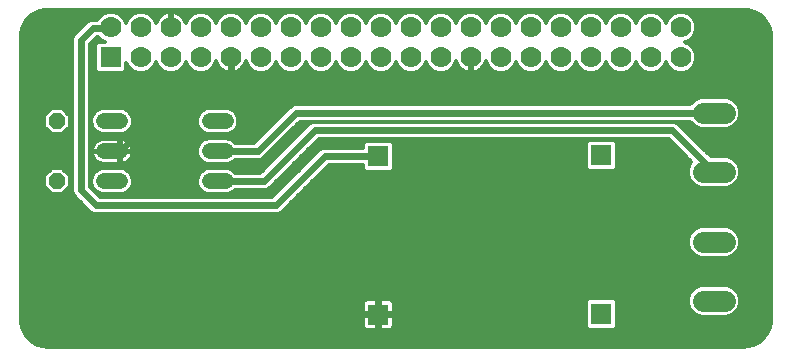
<source format=gtl>
G75*
%MOIN*%
%OFA0B0*%
%FSLAX24Y24*%
%IPPOS*%
%LPD*%
%AMOC8*
5,1,8,0,0,1.08239X$1,22.5*
%
%ADD10R,0.0700X0.0700*%
%ADD11C,0.0700*%
%ADD12C,0.0520*%
%ADD13OC8,0.0520*%
%ADD14C,0.0705*%
%ADD15R,0.0709X0.0709*%
%ADD16C,0.0240*%
%ADD17C,0.0120*%
D10*
X003795Y010433D03*
D11*
X004795Y010433D03*
X005795Y010433D03*
X006795Y010433D03*
X007795Y010433D03*
X008795Y010433D03*
X009795Y010433D03*
X010795Y010433D03*
X011795Y010433D03*
X012795Y010433D03*
X013795Y010433D03*
X014795Y010433D03*
X015795Y010433D03*
X016795Y010433D03*
X017795Y010433D03*
X018795Y010433D03*
X019795Y010433D03*
X020795Y010433D03*
X021795Y010433D03*
X022795Y010433D03*
X022795Y011433D03*
X021795Y011433D03*
X020795Y011433D03*
X019795Y011433D03*
X018795Y011433D03*
X017795Y011433D03*
X016795Y011433D03*
X015795Y011433D03*
X014795Y011433D03*
X013795Y011433D03*
X012795Y011433D03*
X011795Y011433D03*
X010795Y011433D03*
X009795Y011433D03*
X008795Y011433D03*
X007795Y011433D03*
X006795Y011433D03*
X005795Y011433D03*
X004795Y011433D03*
X003795Y011433D03*
D12*
X003580Y008300D02*
X004100Y008300D01*
X004100Y007300D02*
X003580Y007300D01*
X003580Y006300D02*
X004100Y006300D01*
X007100Y006300D02*
X007620Y006300D01*
X007620Y007300D02*
X007100Y007300D01*
X007100Y008300D02*
X007620Y008300D01*
D13*
X002000Y008300D03*
X002000Y006300D03*
D14*
X023548Y006616D02*
X024253Y006616D01*
X024253Y008584D02*
X023548Y008584D01*
X023548Y004284D02*
X024253Y004284D01*
X024253Y002316D02*
X023548Y002316D01*
D15*
X020151Y001875D03*
X012710Y001859D03*
X012718Y007135D03*
X020143Y007166D03*
D16*
X022516Y008000D02*
X023900Y006616D01*
X022516Y008000D02*
X010600Y008000D01*
X008900Y006300D01*
X007100Y006300D01*
X007100Y007300D02*
X008700Y007300D01*
X009984Y008584D01*
X023900Y008584D01*
X012718Y007135D02*
X010935Y007135D01*
X009300Y005500D01*
X003300Y005500D01*
X002800Y006000D01*
X002800Y011000D01*
X003200Y011400D01*
X003762Y011400D01*
X003795Y011433D01*
X007795Y010433D02*
X007795Y009495D01*
X007500Y009200D01*
X005300Y009200D01*
X004800Y008700D01*
X004800Y008000D01*
X004100Y007300D01*
D17*
X001139Y000974D02*
X001340Y000858D01*
X001565Y000798D01*
X001681Y000790D01*
X024909Y000790D01*
X025026Y000798D01*
X025250Y000858D01*
X025452Y000974D01*
X025616Y001139D01*
X025733Y001340D01*
X025793Y001565D01*
X025801Y001681D01*
X025801Y011130D01*
X025793Y011246D01*
X025733Y011471D01*
X025616Y011672D01*
X025452Y011837D01*
X025250Y011953D01*
X025026Y012013D01*
X024909Y012021D01*
X001681Y012021D01*
X001565Y012013D01*
X001340Y011953D01*
X001139Y011837D01*
X000974Y011672D01*
X000858Y011471D01*
X000798Y011246D01*
X000798Y011246D01*
X000790Y011130D01*
X000790Y001681D01*
X000798Y001565D01*
X000858Y001340D01*
X000974Y001139D01*
X001139Y000974D01*
X025452Y000974D01*
X025570Y001093D02*
X001020Y001093D01*
X000932Y001211D02*
X025658Y001211D01*
X025727Y001330D02*
X000864Y001330D01*
X000829Y001448D02*
X012205Y001448D01*
X012207Y001443D02*
X012228Y001406D01*
X012258Y001377D01*
X012294Y001356D01*
X012335Y001345D01*
X012652Y001345D01*
X012652Y001801D01*
X012196Y001801D01*
X012196Y001484D01*
X012207Y001443D01*
X012196Y001567D02*
X000798Y001567D01*
X000790Y001685D02*
X012196Y001685D01*
X012196Y001917D02*
X012652Y001917D01*
X012652Y001801D01*
X012768Y001801D01*
X012768Y001345D01*
X013086Y001345D01*
X013126Y001356D01*
X013163Y001377D01*
X013193Y001406D01*
X013214Y001443D01*
X013225Y001484D01*
X013225Y001801D01*
X012768Y001801D01*
X012768Y001917D01*
X012652Y001917D01*
X012652Y002373D01*
X012335Y002373D01*
X012294Y002362D01*
X012258Y002341D01*
X012228Y002312D01*
X012207Y002275D01*
X012196Y002234D01*
X012196Y001917D01*
X012196Y001922D02*
X000790Y001922D01*
X000790Y001804D02*
X012652Y001804D01*
X012768Y001804D02*
X019627Y001804D01*
X019627Y001922D02*
X013225Y001922D01*
X013225Y001917D02*
X013225Y002234D01*
X013214Y002275D01*
X013193Y002312D01*
X013163Y002341D01*
X013126Y002362D01*
X013086Y002373D01*
X012768Y002373D01*
X012768Y001917D01*
X013225Y001917D01*
X013225Y002041D02*
X019627Y002041D01*
X019627Y002159D02*
X013225Y002159D01*
X013212Y002278D02*
X019627Y002278D01*
X019627Y002300D02*
X019627Y001450D01*
X019726Y001350D01*
X020576Y001350D01*
X020676Y001450D01*
X020676Y002300D01*
X020576Y002399D01*
X019726Y002399D01*
X019627Y002300D01*
X019723Y002396D02*
X000790Y002396D01*
X000790Y002278D02*
X012208Y002278D01*
X012196Y002159D02*
X000790Y002159D01*
X000790Y002041D02*
X012196Y002041D01*
X012652Y002041D02*
X012768Y002041D01*
X012768Y002159D02*
X012652Y002159D01*
X012652Y002278D02*
X012768Y002278D01*
X012768Y001922D02*
X012652Y001922D01*
X012652Y001685D02*
X012768Y001685D01*
X012768Y001567D02*
X012652Y001567D01*
X012652Y001448D02*
X012768Y001448D01*
X013215Y001448D02*
X019629Y001448D01*
X019627Y001567D02*
X013225Y001567D01*
X013225Y001685D02*
X019627Y001685D01*
X020676Y001685D02*
X025801Y001685D01*
X025801Y001804D02*
X024381Y001804D01*
X024356Y001793D02*
X024548Y001873D01*
X024695Y002020D01*
X024775Y002212D01*
X024775Y002420D01*
X024695Y002612D01*
X024548Y002759D01*
X024356Y002838D01*
X023444Y002838D01*
X023252Y002759D01*
X023105Y002612D01*
X023025Y002420D01*
X023025Y002212D01*
X023105Y002020D01*
X023252Y001873D01*
X023444Y001793D01*
X024356Y001793D01*
X024598Y001922D02*
X025801Y001922D01*
X025801Y002041D02*
X024704Y002041D01*
X024753Y002159D02*
X025801Y002159D01*
X025801Y002278D02*
X024775Y002278D01*
X024775Y002396D02*
X025801Y002396D01*
X025801Y002515D02*
X024736Y002515D01*
X024674Y002633D02*
X025801Y002633D01*
X025801Y002752D02*
X024556Y002752D01*
X025801Y002870D02*
X000790Y002870D01*
X000790Y002752D02*
X023244Y002752D01*
X023126Y002633D02*
X000790Y002633D01*
X000790Y002515D02*
X023064Y002515D01*
X023025Y002396D02*
X020579Y002396D01*
X020676Y002278D02*
X023025Y002278D01*
X023047Y002159D02*
X020676Y002159D01*
X020676Y002041D02*
X023096Y002041D01*
X023202Y001922D02*
X020676Y001922D01*
X020676Y001804D02*
X023419Y001804D01*
X025242Y000856D02*
X001349Y000856D01*
X000790Y002989D02*
X025801Y002989D01*
X025801Y003107D02*
X000790Y003107D01*
X000790Y003226D02*
X025801Y003226D01*
X025801Y003344D02*
X000790Y003344D01*
X000790Y003463D02*
X025801Y003463D01*
X025801Y003581D02*
X000790Y003581D01*
X000790Y003700D02*
X025801Y003700D01*
X025801Y003818D02*
X024492Y003818D01*
X024548Y003841D02*
X024695Y003988D01*
X024775Y004180D01*
X024775Y004388D01*
X024695Y004580D01*
X024548Y004727D01*
X024356Y004807D01*
X023444Y004807D01*
X023252Y004727D01*
X023105Y004580D01*
X023025Y004388D01*
X023025Y004180D01*
X023105Y003988D01*
X023252Y003841D01*
X023444Y003762D01*
X024356Y003762D01*
X024548Y003841D01*
X024644Y003937D02*
X025801Y003937D01*
X025801Y004055D02*
X024723Y004055D01*
X024772Y004174D02*
X025801Y004174D01*
X025801Y004292D02*
X024775Y004292D01*
X024766Y004411D02*
X025801Y004411D01*
X025801Y004529D02*
X024717Y004529D01*
X024628Y004648D02*
X025801Y004648D01*
X025801Y004766D02*
X024455Y004766D01*
X023345Y004766D02*
X000790Y004766D01*
X000790Y004648D02*
X023172Y004648D01*
X023083Y004529D02*
X000790Y004529D01*
X000790Y004411D02*
X023034Y004411D01*
X023025Y004292D02*
X000790Y004292D01*
X000790Y004174D02*
X023028Y004174D01*
X023077Y004055D02*
X000790Y004055D01*
X000790Y003937D02*
X023156Y003937D01*
X023308Y003818D02*
X000790Y003818D01*
X000790Y004885D02*
X025801Y004885D01*
X025801Y005003D02*
X000790Y005003D01*
X000790Y005122D02*
X025801Y005122D01*
X025801Y005240D02*
X009430Y005240D01*
X009464Y005254D02*
X009358Y005210D01*
X003242Y005210D01*
X003136Y005254D01*
X002636Y005754D01*
X002554Y005836D01*
X002510Y005942D01*
X002510Y011058D01*
X002554Y011164D01*
X002954Y011564D01*
X003036Y011646D01*
X003142Y011690D01*
X003339Y011690D01*
X003354Y011728D01*
X003501Y011874D01*
X003692Y011953D01*
X003899Y011953D01*
X004090Y011874D01*
X004236Y011728D01*
X004295Y011585D01*
X004354Y011728D01*
X004501Y011874D01*
X004692Y011953D01*
X004899Y011953D01*
X005090Y011874D01*
X005236Y011728D01*
X005303Y011567D01*
X005323Y011629D01*
X005359Y011700D01*
X005406Y011765D01*
X005463Y011822D01*
X005528Y011869D01*
X005600Y011906D01*
X005676Y011931D01*
X005755Y011943D01*
X005757Y011943D01*
X005757Y011472D01*
X005834Y011472D01*
X005834Y011943D01*
X005835Y011943D01*
X005915Y011931D01*
X005991Y011906D01*
X006063Y011869D01*
X006128Y011822D01*
X006184Y011765D01*
X006231Y011700D01*
X006268Y011629D01*
X006288Y011567D01*
X006354Y011728D01*
X006501Y011874D01*
X006692Y011953D01*
X006899Y011953D01*
X007090Y011874D01*
X007236Y011728D01*
X007295Y011585D01*
X007354Y011728D01*
X007501Y011874D01*
X007692Y011953D01*
X007899Y011953D01*
X008090Y011874D01*
X008236Y011728D01*
X008295Y011585D01*
X008354Y011728D01*
X008501Y011874D01*
X008692Y011953D01*
X008899Y011953D01*
X009090Y011874D01*
X009236Y011728D01*
X009295Y011585D01*
X009354Y011728D01*
X009501Y011874D01*
X009692Y011953D01*
X009899Y011953D01*
X010090Y011874D01*
X010236Y011728D01*
X010295Y011585D01*
X010354Y011728D01*
X010501Y011874D01*
X010692Y011953D01*
X010899Y011953D01*
X011090Y011874D01*
X011236Y011728D01*
X011295Y011585D01*
X011354Y011728D01*
X011501Y011874D01*
X011692Y011953D01*
X011899Y011953D01*
X012090Y011874D01*
X012236Y011728D01*
X012295Y011585D01*
X012354Y011728D01*
X012501Y011874D01*
X012692Y011953D01*
X012899Y011953D01*
X013090Y011874D01*
X013236Y011728D01*
X013295Y011585D01*
X013354Y011728D01*
X013501Y011874D01*
X013692Y011953D01*
X013899Y011953D01*
X014090Y011874D01*
X014236Y011728D01*
X014295Y011585D01*
X014354Y011728D01*
X014501Y011874D01*
X014692Y011953D01*
X014899Y011953D01*
X015090Y011874D01*
X015236Y011728D01*
X015295Y011585D01*
X015354Y011728D01*
X015501Y011874D01*
X015692Y011953D01*
X015899Y011953D01*
X016090Y011874D01*
X016236Y011728D01*
X016295Y011585D01*
X016354Y011728D01*
X016501Y011874D01*
X016692Y011953D01*
X016899Y011953D01*
X017090Y011874D01*
X017236Y011728D01*
X017295Y011585D01*
X017354Y011728D01*
X017501Y011874D01*
X017692Y011953D01*
X017899Y011953D01*
X018090Y011874D01*
X018236Y011728D01*
X018295Y011585D01*
X018354Y011728D01*
X018501Y011874D01*
X018692Y011953D01*
X018899Y011953D01*
X019090Y011874D01*
X019236Y011728D01*
X019295Y011585D01*
X019354Y011728D01*
X019501Y011874D01*
X019692Y011953D01*
X019899Y011953D01*
X020090Y011874D01*
X020236Y011728D01*
X020295Y011585D01*
X020354Y011728D01*
X020501Y011874D01*
X020692Y011953D01*
X020899Y011953D01*
X021090Y011874D01*
X021236Y011728D01*
X021295Y011585D01*
X021354Y011728D01*
X021501Y011874D01*
X021692Y011953D01*
X021899Y011953D01*
X022090Y011874D01*
X022236Y011728D01*
X022295Y011585D01*
X022354Y011728D01*
X022501Y011874D01*
X022692Y011953D01*
X022899Y011953D01*
X023090Y011874D01*
X023236Y011728D01*
X023315Y011537D01*
X023315Y011330D01*
X023236Y011139D01*
X023090Y010992D01*
X022947Y010933D01*
X023090Y010874D01*
X023236Y010728D01*
X023315Y010537D01*
X023315Y010330D01*
X023236Y010139D01*
X023090Y009992D01*
X022899Y009913D01*
X022692Y009913D01*
X022501Y009992D01*
X022354Y010139D01*
X022295Y010281D01*
X022236Y010139D01*
X022090Y009992D01*
X021899Y009913D01*
X021692Y009913D01*
X021501Y009992D01*
X021354Y010139D01*
X021295Y010281D01*
X021236Y010139D01*
X021090Y009992D01*
X020899Y009913D01*
X020692Y009913D01*
X020501Y009992D01*
X020354Y010139D01*
X020295Y010281D01*
X020236Y010139D01*
X020090Y009992D01*
X019899Y009913D01*
X019692Y009913D01*
X019501Y009992D01*
X019354Y010139D01*
X019295Y010281D01*
X019236Y010139D01*
X019090Y009992D01*
X018899Y009913D01*
X018692Y009913D01*
X018501Y009992D01*
X018354Y010139D01*
X018295Y010281D01*
X018236Y010139D01*
X018090Y009992D01*
X017899Y009913D01*
X017692Y009913D01*
X017501Y009992D01*
X017354Y010139D01*
X017295Y010281D01*
X017236Y010139D01*
X017090Y009992D01*
X016899Y009913D01*
X016692Y009913D01*
X016501Y009992D01*
X016354Y010139D01*
X016288Y010299D01*
X016268Y010237D01*
X016231Y010166D01*
X016184Y010101D01*
X016128Y010044D01*
X016063Y009997D01*
X015991Y009960D01*
X015915Y009936D01*
X015835Y009923D01*
X015834Y009923D01*
X015834Y010395D01*
X015757Y010395D01*
X015757Y009923D01*
X015755Y009923D01*
X015676Y009936D01*
X015600Y009960D01*
X015528Y009997D01*
X015463Y010044D01*
X015406Y010101D01*
X015359Y010166D01*
X015323Y010237D01*
X015303Y010299D01*
X015236Y010139D01*
X015090Y009992D01*
X014899Y009913D01*
X014692Y009913D01*
X014501Y009992D01*
X014354Y010139D01*
X014295Y010281D01*
X014236Y010139D01*
X014090Y009992D01*
X013899Y009913D01*
X013692Y009913D01*
X013501Y009992D01*
X013354Y010139D01*
X013295Y010281D01*
X013236Y010139D01*
X013090Y009992D01*
X012899Y009913D01*
X012692Y009913D01*
X012501Y009992D01*
X012354Y010139D01*
X012295Y010281D01*
X012236Y010139D01*
X012090Y009992D01*
X011899Y009913D01*
X011692Y009913D01*
X011501Y009992D01*
X011354Y010139D01*
X011295Y010281D01*
X011236Y010139D01*
X011090Y009992D01*
X010899Y009913D01*
X010692Y009913D01*
X010501Y009992D01*
X010354Y010139D01*
X010295Y010281D01*
X010236Y010139D01*
X010090Y009992D01*
X009899Y009913D01*
X009692Y009913D01*
X009501Y009992D01*
X009354Y010139D01*
X009295Y010281D01*
X009236Y010139D01*
X009090Y009992D01*
X008899Y009913D01*
X008692Y009913D01*
X008501Y009992D01*
X008354Y010139D01*
X008288Y010299D01*
X008268Y010237D01*
X008231Y010166D01*
X008184Y010101D01*
X008128Y010044D01*
X008063Y009997D01*
X007991Y009960D01*
X007915Y009936D01*
X007835Y009923D01*
X007834Y009923D01*
X007834Y010395D01*
X007757Y010395D01*
X007757Y009923D01*
X007755Y009923D01*
X007676Y009936D01*
X007600Y009960D01*
X007528Y009997D01*
X007463Y010044D01*
X007406Y010101D01*
X007359Y010166D01*
X007323Y010237D01*
X007303Y010299D01*
X007236Y010139D01*
X007090Y009992D01*
X006899Y009913D01*
X006692Y009913D01*
X006501Y009992D01*
X006354Y010139D01*
X006295Y010281D01*
X006236Y010139D01*
X006090Y009992D01*
X005899Y009913D01*
X005692Y009913D01*
X005501Y009992D01*
X005354Y010139D01*
X005295Y010281D01*
X005236Y010139D01*
X005090Y009992D01*
X004899Y009913D01*
X004692Y009913D01*
X004501Y009992D01*
X004354Y010139D01*
X004315Y010233D01*
X004315Y010013D01*
X004216Y009913D01*
X003375Y009913D01*
X003275Y010013D01*
X003275Y010853D01*
X003375Y010953D01*
X003595Y010953D01*
X003501Y010992D01*
X003383Y011110D01*
X003320Y011110D01*
X003090Y010880D01*
X003090Y006120D01*
X003420Y005790D01*
X009180Y005790D01*
X010770Y007380D01*
X010877Y007425D01*
X012194Y007425D01*
X012194Y007559D01*
X012293Y007659D01*
X013143Y007659D01*
X013242Y007559D01*
X013242Y006710D01*
X013143Y006610D01*
X012293Y006610D01*
X012194Y006710D01*
X012194Y006845D01*
X011055Y006845D01*
X009464Y005254D01*
X009569Y005359D02*
X025801Y005359D01*
X025801Y005477D02*
X009687Y005477D01*
X009806Y005596D02*
X025801Y005596D01*
X025801Y005714D02*
X009924Y005714D01*
X010043Y005833D02*
X025801Y005833D01*
X025801Y005951D02*
X010161Y005951D01*
X010280Y006070D02*
X025801Y006070D01*
X025801Y006188D02*
X024564Y006188D01*
X024548Y006173D02*
X024695Y006320D01*
X024775Y006512D01*
X024775Y006720D01*
X024695Y006912D01*
X024548Y007059D01*
X024356Y007138D01*
X023788Y007138D01*
X022680Y008246D01*
X022573Y008290D01*
X010542Y008290D01*
X010436Y008246D01*
X010354Y008164D01*
X008780Y006590D01*
X007938Y006590D01*
X007864Y006665D01*
X007706Y006730D01*
X007014Y006730D01*
X006856Y006665D01*
X006735Y006544D01*
X006670Y006386D01*
X006670Y006214D01*
X006735Y006056D01*
X006856Y005935D01*
X007014Y005870D01*
X007706Y005870D01*
X007864Y005935D01*
X007938Y006010D01*
X008958Y006010D01*
X009064Y006054D01*
X010720Y007710D01*
X022396Y007710D01*
X023149Y006956D01*
X023105Y006912D01*
X023025Y006720D01*
X023025Y006512D01*
X023105Y006320D01*
X023252Y006173D01*
X023444Y006093D01*
X024356Y006093D01*
X024548Y006173D01*
X024682Y006307D02*
X025801Y006307D01*
X025801Y006425D02*
X024739Y006425D01*
X024775Y006544D02*
X025801Y006544D01*
X025801Y006662D02*
X024775Y006662D01*
X024750Y006781D02*
X025801Y006781D01*
X025801Y006899D02*
X024701Y006899D01*
X024590Y007018D02*
X025801Y007018D01*
X025801Y007136D02*
X024362Y007136D01*
X023671Y007255D02*
X025801Y007255D01*
X025801Y007373D02*
X023553Y007373D01*
X023434Y007492D02*
X025801Y007492D01*
X025801Y007610D02*
X023316Y007610D01*
X023197Y007729D02*
X025801Y007729D01*
X025801Y007847D02*
X023079Y007847D01*
X022960Y007966D02*
X025801Y007966D01*
X025801Y008084D02*
X024410Y008084D01*
X024356Y008062D02*
X024548Y008141D01*
X024695Y008288D01*
X024775Y008480D01*
X024775Y008688D01*
X024695Y008880D01*
X024548Y009027D01*
X024356Y009107D01*
X023444Y009107D01*
X023252Y009027D01*
X023105Y008880D01*
X023102Y008874D01*
X009927Y008874D01*
X009820Y008830D01*
X008580Y007590D01*
X007938Y007590D01*
X007864Y007665D01*
X007706Y007730D01*
X007014Y007730D01*
X006856Y007665D01*
X006735Y007544D01*
X006670Y007386D01*
X006670Y007214D01*
X006735Y007056D01*
X006856Y006935D01*
X007014Y006870D01*
X007706Y006870D01*
X007864Y006935D01*
X007938Y007010D01*
X008758Y007010D01*
X008864Y007054D01*
X008946Y007136D01*
X009326Y007136D01*
X009444Y007255D02*
X009065Y007255D01*
X009183Y007373D02*
X009563Y007373D01*
X009681Y007492D02*
X009302Y007492D01*
X009420Y007610D02*
X009800Y007610D01*
X009918Y007729D02*
X009539Y007729D01*
X009657Y007847D02*
X010037Y007847D01*
X010155Y007966D02*
X009776Y007966D01*
X009894Y008084D02*
X010274Y008084D01*
X010392Y008203D02*
X010013Y008203D01*
X010104Y008294D02*
X023102Y008294D01*
X023105Y008288D01*
X023252Y008141D01*
X023444Y008062D01*
X024356Y008062D01*
X024610Y008203D02*
X025801Y008203D01*
X025801Y008321D02*
X024709Y008321D01*
X024758Y008440D02*
X025801Y008440D01*
X025801Y008558D02*
X024775Y008558D01*
X024775Y008677D02*
X025801Y008677D01*
X025801Y008795D02*
X024731Y008795D01*
X024662Y008914D02*
X025801Y008914D01*
X025801Y009032D02*
X024537Y009032D01*
X025801Y009151D02*
X003090Y009151D01*
X003090Y009269D02*
X025801Y009269D01*
X025801Y009388D02*
X003090Y009388D01*
X003090Y009506D02*
X025801Y009506D01*
X025801Y009625D02*
X003090Y009625D01*
X003090Y009743D02*
X025801Y009743D01*
X025801Y009862D02*
X003090Y009862D01*
X003090Y009980D02*
X003308Y009980D01*
X003275Y010099D02*
X003090Y010099D01*
X003090Y010217D02*
X003275Y010217D01*
X003275Y010336D02*
X003090Y010336D01*
X003090Y010454D02*
X003275Y010454D01*
X003275Y010573D02*
X003090Y010573D01*
X003090Y010691D02*
X003275Y010691D01*
X003275Y010810D02*
X003090Y010810D01*
X003138Y010928D02*
X003350Y010928D01*
X003257Y011047D02*
X003446Y011047D01*
X002792Y011402D02*
X000839Y011402D01*
X000808Y011284D02*
X002673Y011284D01*
X002555Y011165D02*
X000792Y011165D01*
X000790Y011047D02*
X002510Y011047D01*
X002510Y010928D02*
X000790Y010928D01*
X000790Y010810D02*
X002510Y010810D01*
X002510Y010691D02*
X000790Y010691D01*
X000790Y010573D02*
X002510Y010573D01*
X002510Y010454D02*
X000790Y010454D01*
X000790Y010336D02*
X002510Y010336D01*
X002510Y010217D02*
X000790Y010217D01*
X000790Y010099D02*
X002510Y010099D01*
X002510Y009980D02*
X000790Y009980D01*
X000790Y009862D02*
X002510Y009862D01*
X002510Y009743D02*
X000790Y009743D01*
X000790Y009625D02*
X002510Y009625D01*
X002510Y009506D02*
X000790Y009506D01*
X000790Y009388D02*
X002510Y009388D01*
X002510Y009269D02*
X000790Y009269D01*
X000790Y009151D02*
X002510Y009151D01*
X002510Y009032D02*
X000790Y009032D01*
X000790Y008914D02*
X002510Y008914D01*
X002510Y008795D02*
X000790Y008795D01*
X000790Y008677D02*
X001768Y008677D01*
X001822Y008730D02*
X001570Y008478D01*
X001570Y008122D01*
X001822Y007870D01*
X002178Y007870D01*
X002430Y008122D01*
X002430Y008478D01*
X002178Y008730D01*
X001822Y008730D01*
X001650Y008558D02*
X000790Y008558D01*
X000790Y008440D02*
X001570Y008440D01*
X001570Y008321D02*
X000790Y008321D01*
X000790Y008203D02*
X001570Y008203D01*
X001608Y008084D02*
X000790Y008084D01*
X000790Y007966D02*
X001726Y007966D01*
X002274Y007966D02*
X002510Y007966D01*
X002510Y008084D02*
X002392Y008084D01*
X002430Y008203D02*
X002510Y008203D01*
X002510Y008321D02*
X002430Y008321D01*
X002430Y008440D02*
X002510Y008440D01*
X002510Y008558D02*
X002350Y008558D01*
X002232Y008677D02*
X002510Y008677D01*
X003090Y008677D02*
X003365Y008677D01*
X003336Y008665D02*
X003215Y008544D01*
X003150Y008386D01*
X003150Y008214D01*
X003215Y008056D01*
X003336Y007935D01*
X003494Y007870D01*
X004186Y007870D01*
X004344Y007935D01*
X004465Y008056D01*
X004530Y008214D01*
X004530Y008386D01*
X004465Y008544D01*
X004344Y008665D01*
X004186Y008730D01*
X003494Y008730D01*
X003336Y008665D01*
X003230Y008558D02*
X003090Y008558D01*
X003090Y008440D02*
X003172Y008440D01*
X003150Y008321D02*
X003090Y008321D01*
X003090Y008203D02*
X003155Y008203D01*
X003204Y008084D02*
X003090Y008084D01*
X003090Y007966D02*
X003306Y007966D01*
X003090Y007847D02*
X008837Y007847D01*
X008955Y007966D02*
X007894Y007966D01*
X007864Y007935D02*
X007985Y008056D01*
X008050Y008214D01*
X008050Y008386D01*
X007985Y008544D01*
X007864Y008665D01*
X007706Y008730D01*
X007014Y008730D01*
X006856Y008665D01*
X006735Y008544D01*
X006670Y008386D01*
X006670Y008214D01*
X006735Y008056D01*
X006856Y007935D01*
X007014Y007870D01*
X007706Y007870D01*
X007864Y007935D01*
X007996Y008084D02*
X009074Y008084D01*
X009192Y008203D02*
X008045Y008203D01*
X008050Y008321D02*
X009311Y008321D01*
X009429Y008440D02*
X008028Y008440D01*
X007970Y008558D02*
X009548Y008558D01*
X009666Y008677D02*
X007835Y008677D01*
X006885Y008677D02*
X004315Y008677D01*
X004450Y008558D02*
X006750Y008558D01*
X006692Y008440D02*
X004508Y008440D01*
X004530Y008321D02*
X006670Y008321D01*
X006675Y008203D02*
X004525Y008203D01*
X004476Y008084D02*
X006724Y008084D01*
X006826Y007966D02*
X004374Y007966D01*
X004261Y007689D02*
X004198Y007710D01*
X004133Y007720D01*
X004120Y007720D01*
X004120Y007320D01*
X004080Y007320D01*
X004080Y007720D01*
X003547Y007720D01*
X003482Y007710D01*
X003419Y007689D01*
X003360Y007659D01*
X003306Y007620D01*
X003260Y007574D01*
X003221Y007520D01*
X003191Y007461D01*
X003170Y007398D01*
X003160Y007333D01*
X003160Y007320D01*
X004080Y007320D01*
X004080Y007280D01*
X004120Y007280D01*
X004120Y007320D01*
X004520Y007320D01*
X004520Y007333D01*
X004510Y007398D01*
X004489Y007461D01*
X004459Y007520D01*
X004420Y007574D01*
X004374Y007620D01*
X004320Y007659D01*
X004261Y007689D01*
X004384Y007610D02*
X006802Y007610D01*
X006714Y007492D02*
X004474Y007492D01*
X004514Y007373D02*
X006670Y007373D01*
X006670Y007255D02*
X004518Y007255D01*
X004520Y007267D02*
X004520Y007280D01*
X004120Y007280D01*
X004120Y006880D01*
X004133Y006880D01*
X004198Y006890D01*
X004261Y006911D01*
X004320Y006941D01*
X004374Y006980D01*
X004420Y007026D01*
X004459Y007080D01*
X004489Y007139D01*
X004510Y007202D01*
X004520Y007267D01*
X004488Y007136D02*
X006702Y007136D01*
X006774Y007018D02*
X004411Y007018D01*
X004225Y006899D02*
X006944Y006899D01*
X006854Y006662D02*
X004346Y006662D01*
X004344Y006665D02*
X004186Y006730D01*
X003494Y006730D01*
X003336Y006665D01*
X003215Y006544D01*
X003150Y006386D01*
X003150Y006214D01*
X003215Y006056D01*
X003336Y005935D01*
X003494Y005870D01*
X004186Y005870D01*
X004344Y005935D01*
X004465Y006056D01*
X004530Y006214D01*
X004530Y006386D01*
X004465Y006544D01*
X004344Y006665D01*
X004465Y006544D02*
X006735Y006544D01*
X006686Y006425D02*
X004514Y006425D01*
X004530Y006307D02*
X006670Y006307D01*
X006681Y006188D02*
X004519Y006188D01*
X004470Y006070D02*
X006730Y006070D01*
X006841Y005951D02*
X004359Y005951D01*
X003378Y005833D02*
X009222Y005833D01*
X009341Y005951D02*
X007879Y005951D01*
X009080Y006070D02*
X009459Y006070D01*
X009578Y006188D02*
X009198Y006188D01*
X009317Y006307D02*
X009696Y006307D01*
X009815Y006425D02*
X009435Y006425D01*
X009554Y006544D02*
X009933Y006544D01*
X010052Y006662D02*
X009672Y006662D01*
X009791Y006781D02*
X010170Y006781D01*
X010289Y006899D02*
X009909Y006899D01*
X010028Y007018D02*
X010407Y007018D01*
X010526Y007136D02*
X010146Y007136D01*
X010265Y007255D02*
X010644Y007255D01*
X010763Y007373D02*
X010383Y007373D01*
X010502Y007492D02*
X012194Y007492D01*
X012244Y007610D02*
X010620Y007610D01*
X010104Y008294D02*
X008946Y007136D01*
X008776Y007018D02*
X009207Y007018D01*
X009089Y006899D02*
X007776Y006899D01*
X007866Y006662D02*
X008852Y006662D01*
X008970Y006781D02*
X003090Y006781D01*
X003090Y006899D02*
X003455Y006899D01*
X003482Y006890D02*
X003547Y006880D01*
X004080Y006880D01*
X004080Y007280D01*
X003160Y007280D01*
X003160Y007267D01*
X003170Y007202D01*
X003191Y007139D01*
X003221Y007080D01*
X003260Y007026D01*
X003306Y006980D01*
X003360Y006941D01*
X003419Y006911D01*
X003482Y006890D01*
X003269Y007018D02*
X003090Y007018D01*
X003090Y007136D02*
X003192Y007136D01*
X003162Y007255D02*
X003090Y007255D01*
X003090Y007373D02*
X003166Y007373D01*
X003206Y007492D02*
X003090Y007492D01*
X003090Y007610D02*
X003296Y007610D01*
X003090Y007729D02*
X007011Y007729D01*
X007709Y007729D02*
X008718Y007729D01*
X008600Y007610D02*
X007918Y007610D01*
X009785Y008795D02*
X003090Y008795D01*
X003090Y008914D02*
X023138Y008914D01*
X023263Y009032D02*
X003090Y009032D01*
X004283Y009980D02*
X004530Y009980D01*
X004394Y010099D02*
X004315Y010099D01*
X004315Y010217D02*
X004322Y010217D01*
X005060Y009980D02*
X005530Y009980D01*
X005394Y010099D02*
X005196Y010099D01*
X005269Y010217D02*
X005322Y010217D01*
X006060Y009980D02*
X006530Y009980D01*
X006394Y010099D02*
X006196Y010099D01*
X006269Y010217D02*
X006322Y010217D01*
X007060Y009980D02*
X007561Y009980D01*
X007409Y010099D02*
X007196Y010099D01*
X007269Y010217D02*
X007333Y010217D01*
X007757Y010217D02*
X007834Y010217D01*
X007834Y010099D02*
X007757Y010099D01*
X007757Y009980D02*
X007834Y009980D01*
X008029Y009980D02*
X008530Y009980D01*
X008394Y010099D02*
X008182Y010099D01*
X008258Y010217D02*
X008322Y010217D01*
X007834Y010336D02*
X007757Y010336D01*
X009060Y009980D02*
X009530Y009980D01*
X009394Y010099D02*
X009196Y010099D01*
X009269Y010217D02*
X009322Y010217D01*
X010060Y009980D02*
X010530Y009980D01*
X010394Y010099D02*
X010196Y010099D01*
X010269Y010217D02*
X010322Y010217D01*
X011060Y009980D02*
X011530Y009980D01*
X011394Y010099D02*
X011196Y010099D01*
X011269Y010217D02*
X011322Y010217D01*
X012060Y009980D02*
X012530Y009980D01*
X012394Y010099D02*
X012196Y010099D01*
X012269Y010217D02*
X012322Y010217D01*
X013060Y009980D02*
X013530Y009980D01*
X013394Y010099D02*
X013196Y010099D01*
X013269Y010217D02*
X013322Y010217D01*
X014060Y009980D02*
X014530Y009980D01*
X014394Y010099D02*
X014196Y010099D01*
X014269Y010217D02*
X014322Y010217D01*
X015060Y009980D02*
X015561Y009980D01*
X015409Y010099D02*
X015196Y010099D01*
X015269Y010217D02*
X015333Y010217D01*
X015757Y010217D02*
X015834Y010217D01*
X015834Y010099D02*
X015757Y010099D01*
X015757Y009980D02*
X015834Y009980D01*
X016029Y009980D02*
X016530Y009980D01*
X016394Y010099D02*
X016182Y010099D01*
X016258Y010217D02*
X016322Y010217D01*
X015834Y010336D02*
X015757Y010336D01*
X017060Y009980D02*
X017530Y009980D01*
X017394Y010099D02*
X017196Y010099D01*
X017269Y010217D02*
X017322Y010217D01*
X018060Y009980D02*
X018530Y009980D01*
X018394Y010099D02*
X018196Y010099D01*
X018269Y010217D02*
X018322Y010217D01*
X019060Y009980D02*
X019530Y009980D01*
X019394Y010099D02*
X019196Y010099D01*
X019269Y010217D02*
X019322Y010217D01*
X020060Y009980D02*
X020530Y009980D01*
X020394Y010099D02*
X020196Y010099D01*
X020269Y010217D02*
X020322Y010217D01*
X021060Y009980D02*
X021530Y009980D01*
X021394Y010099D02*
X021196Y010099D01*
X021269Y010217D02*
X021322Y010217D01*
X022060Y009980D02*
X022530Y009980D01*
X022394Y010099D02*
X022196Y010099D01*
X022269Y010217D02*
X022322Y010217D01*
X023060Y009980D02*
X025801Y009980D01*
X025801Y010099D02*
X023196Y010099D01*
X023269Y010217D02*
X025801Y010217D01*
X025801Y010336D02*
X023315Y010336D01*
X023315Y010454D02*
X025801Y010454D01*
X025801Y010573D02*
X023300Y010573D01*
X023251Y010691D02*
X025801Y010691D01*
X025801Y010810D02*
X023154Y010810D01*
X022959Y010928D02*
X025801Y010928D01*
X025801Y011047D02*
X023144Y011047D01*
X023247Y011165D02*
X025798Y011165D01*
X025783Y011284D02*
X023296Y011284D01*
X023315Y011402D02*
X025751Y011402D01*
X025704Y011521D02*
X023315Y011521D01*
X023273Y011639D02*
X025636Y011639D01*
X025531Y011758D02*
X023206Y011758D01*
X023085Y011876D02*
X025384Y011876D01*
X025096Y011995D02*
X001494Y011995D01*
X001206Y011876D02*
X003506Y011876D01*
X003384Y011758D02*
X001059Y011758D01*
X000955Y011639D02*
X003029Y011639D01*
X002910Y011521D02*
X000886Y011521D01*
X004085Y011876D02*
X004506Y011876D01*
X004384Y011758D02*
X004206Y011758D01*
X004273Y011639D02*
X004318Y011639D01*
X005085Y011876D02*
X005541Y011876D01*
X005401Y011758D02*
X005206Y011758D01*
X005273Y011639D02*
X005328Y011639D01*
X005757Y011639D02*
X005834Y011639D01*
X005834Y011521D02*
X005757Y011521D01*
X005757Y011758D02*
X005834Y011758D01*
X005834Y011876D02*
X005757Y011876D01*
X006049Y011876D02*
X006506Y011876D01*
X006384Y011758D02*
X006190Y011758D01*
X006263Y011639D02*
X006318Y011639D01*
X007085Y011876D02*
X007506Y011876D01*
X007384Y011758D02*
X007206Y011758D01*
X007273Y011639D02*
X007318Y011639D01*
X008085Y011876D02*
X008506Y011876D01*
X008384Y011758D02*
X008206Y011758D01*
X008273Y011639D02*
X008318Y011639D01*
X009085Y011876D02*
X009506Y011876D01*
X009384Y011758D02*
X009206Y011758D01*
X009273Y011639D02*
X009318Y011639D01*
X010085Y011876D02*
X010506Y011876D01*
X010384Y011758D02*
X010206Y011758D01*
X010273Y011639D02*
X010318Y011639D01*
X011085Y011876D02*
X011506Y011876D01*
X011384Y011758D02*
X011206Y011758D01*
X011273Y011639D02*
X011318Y011639D01*
X012085Y011876D02*
X012506Y011876D01*
X012384Y011758D02*
X012206Y011758D01*
X012273Y011639D02*
X012318Y011639D01*
X013085Y011876D02*
X013506Y011876D01*
X013384Y011758D02*
X013206Y011758D01*
X013273Y011639D02*
X013318Y011639D01*
X014085Y011876D02*
X014506Y011876D01*
X014384Y011758D02*
X014206Y011758D01*
X014273Y011639D02*
X014318Y011639D01*
X015085Y011876D02*
X015506Y011876D01*
X015384Y011758D02*
X015206Y011758D01*
X015273Y011639D02*
X015318Y011639D01*
X016085Y011876D02*
X016506Y011876D01*
X016384Y011758D02*
X016206Y011758D01*
X016273Y011639D02*
X016318Y011639D01*
X017085Y011876D02*
X017506Y011876D01*
X017384Y011758D02*
X017206Y011758D01*
X017273Y011639D02*
X017318Y011639D01*
X018085Y011876D02*
X018506Y011876D01*
X018384Y011758D02*
X018206Y011758D01*
X018273Y011639D02*
X018318Y011639D01*
X019085Y011876D02*
X019506Y011876D01*
X019384Y011758D02*
X019206Y011758D01*
X019273Y011639D02*
X019318Y011639D01*
X020085Y011876D02*
X020506Y011876D01*
X020384Y011758D02*
X020206Y011758D01*
X020273Y011639D02*
X020318Y011639D01*
X021085Y011876D02*
X021506Y011876D01*
X021384Y011758D02*
X021206Y011758D01*
X021273Y011639D02*
X021318Y011639D01*
X022085Y011876D02*
X022506Y011876D01*
X022384Y011758D02*
X022206Y011758D01*
X022273Y011639D02*
X022318Y011639D01*
X022723Y008203D02*
X023190Y008203D01*
X023390Y008084D02*
X022842Y008084D01*
X022496Y007610D02*
X020649Y007610D01*
X020668Y007591D02*
X020568Y007690D01*
X019719Y007690D01*
X019619Y007591D01*
X019619Y006741D01*
X019719Y006642D01*
X020568Y006642D01*
X020668Y006741D01*
X020668Y007591D01*
X020668Y007492D02*
X022614Y007492D01*
X022733Y007373D02*
X020668Y007373D01*
X020668Y007255D02*
X022851Y007255D01*
X022970Y007136D02*
X020668Y007136D01*
X020668Y007018D02*
X023088Y007018D01*
X023099Y006899D02*
X020668Y006899D01*
X020668Y006781D02*
X023050Y006781D01*
X023025Y006662D02*
X020588Y006662D01*
X019698Y006662D02*
X013195Y006662D01*
X013242Y006781D02*
X019619Y006781D01*
X019619Y006899D02*
X013242Y006899D01*
X013242Y007018D02*
X019619Y007018D01*
X019619Y007136D02*
X013242Y007136D01*
X013242Y007255D02*
X019619Y007255D01*
X019619Y007373D02*
X013242Y007373D01*
X013242Y007492D02*
X019619Y007492D01*
X019638Y007610D02*
X013192Y007610D01*
X012194Y006781D02*
X010991Y006781D01*
X010872Y006662D02*
X012242Y006662D01*
X010754Y006544D02*
X023025Y006544D01*
X023061Y006425D02*
X010635Y006425D01*
X010517Y006307D02*
X023118Y006307D01*
X023236Y006188D02*
X010398Y006188D01*
X004120Y006899D02*
X004080Y006899D01*
X004080Y007018D02*
X004120Y007018D01*
X004120Y007136D02*
X004080Y007136D01*
X004080Y007255D02*
X004120Y007255D01*
X004120Y007373D02*
X004080Y007373D01*
X004080Y007492D02*
X004120Y007492D01*
X004120Y007610D02*
X004080Y007610D01*
X002510Y007610D02*
X000790Y007610D01*
X000790Y007492D02*
X002510Y007492D01*
X002510Y007373D02*
X000790Y007373D01*
X000790Y007255D02*
X002510Y007255D01*
X002510Y007136D02*
X000790Y007136D01*
X000790Y007018D02*
X002510Y007018D01*
X002510Y006899D02*
X000790Y006899D01*
X000790Y006781D02*
X002510Y006781D01*
X002510Y006662D02*
X002246Y006662D01*
X002178Y006730D02*
X001822Y006730D01*
X001570Y006478D01*
X001570Y006122D01*
X001822Y005870D01*
X002178Y005870D01*
X002430Y006122D01*
X002430Y006478D01*
X002178Y006730D01*
X002365Y006544D02*
X002510Y006544D01*
X002510Y006425D02*
X002430Y006425D01*
X002430Y006307D02*
X002510Y006307D01*
X002510Y006188D02*
X002430Y006188D01*
X002378Y006070D02*
X002510Y006070D01*
X002510Y005951D02*
X002259Y005951D01*
X002557Y005833D02*
X000790Y005833D01*
X000790Y005951D02*
X001741Y005951D01*
X001622Y006070D02*
X000790Y006070D01*
X000790Y006188D02*
X001570Y006188D01*
X001570Y006307D02*
X000790Y006307D01*
X000790Y006425D02*
X001570Y006425D01*
X001635Y006544D02*
X000790Y006544D01*
X000790Y006662D02*
X001754Y006662D01*
X003090Y006662D02*
X003334Y006662D01*
X003215Y006544D02*
X003090Y006544D01*
X003090Y006425D02*
X003166Y006425D01*
X003150Y006307D02*
X003090Y006307D01*
X003090Y006188D02*
X003161Y006188D01*
X003141Y006070D02*
X003210Y006070D01*
X003259Y005951D02*
X003321Y005951D01*
X002676Y005714D02*
X000790Y005714D01*
X000790Y005596D02*
X002794Y005596D01*
X002913Y005477D02*
X000790Y005477D01*
X000790Y005359D02*
X003031Y005359D01*
X003170Y005240D02*
X000790Y005240D01*
X000790Y007729D02*
X002510Y007729D01*
X002510Y007847D02*
X000790Y007847D01*
X020676Y001567D02*
X025793Y001567D01*
X025762Y001448D02*
X020673Y001448D01*
M02*

</source>
